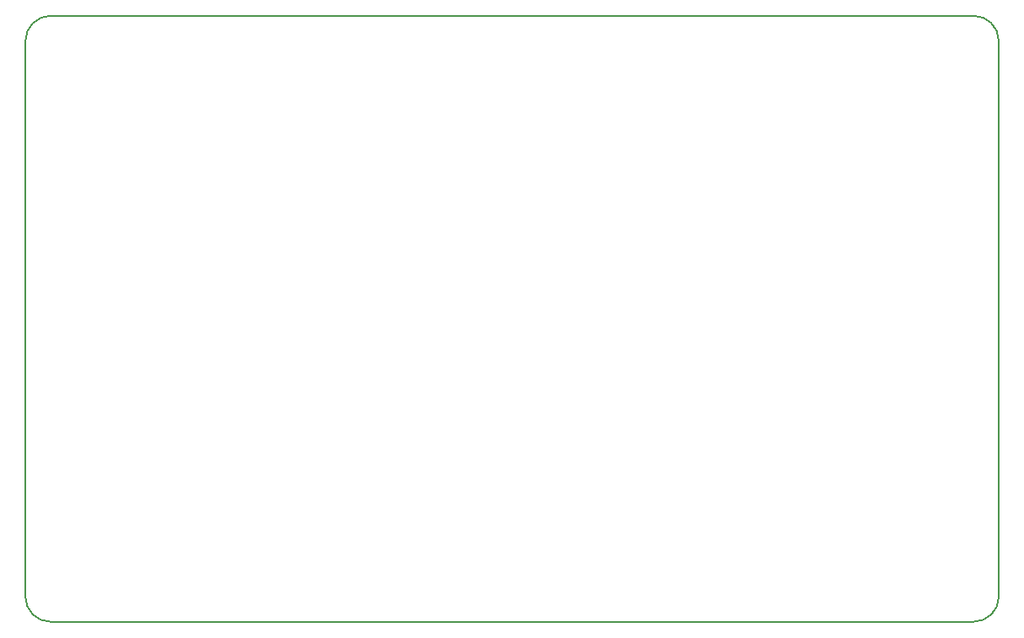
<source format=gbr>
G04 #@! TF.GenerationSoftware,KiCad,Pcbnew,5.1.4-e60b266~84~ubuntu16.04.1*
G04 #@! TF.CreationDate,2020-01-29T21:56:32-05:00*
G04 #@! TF.ProjectId,tire_temp,74697265-5f74-4656-9d70-2e6b69636164,rev?*
G04 #@! TF.SameCoordinates,Original*
G04 #@! TF.FileFunction,Profile,NP*
%FSLAX46Y46*%
G04 Gerber Fmt 4.6, Leading zero omitted, Abs format (unit mm)*
G04 Created by KiCad (PCBNEW 5.1.4-e60b266~84~ubuntu16.04.1) date 2020-01-29 21:56:32*
%MOMM*%
%LPD*%
G04 APERTURE LIST*
%ADD10C,0.200000*%
G04 APERTURE END LIST*
D10*
X102870000Y-137160000D02*
G75*
G02X100330000Y-134620000I0J2540000D01*
G01*
X100330000Y-78740000D02*
G75*
G02X102870000Y-76200000I2540000J0D01*
G01*
X198120000Y-134620000D02*
G75*
G02X195580000Y-137160000I-2540000J0D01*
G01*
X195580000Y-76200000D02*
G75*
G02X198120000Y-78740000I0J-2540000D01*
G01*
X195580000Y-76200000D02*
X102870000Y-76200000D01*
X198120000Y-134620000D02*
X198120000Y-78740000D01*
X102870000Y-137160000D02*
X195580000Y-137160000D01*
X100330000Y-78740000D02*
X100330000Y-134620000D01*
M02*

</source>
